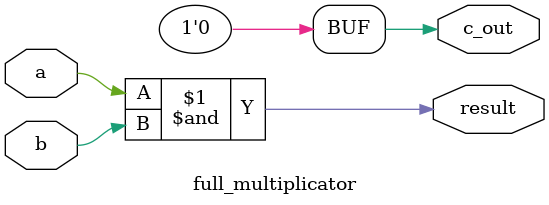
<source format=sv>
module full_multiplicator(
    input logic a,
    input logic b,
    output logic result,
    output logic c_out
);

    assign result = a & b; // La multiplicación a nivel de bit es una operación AND
    assign c_out = 0; // No hay acarreo en la multiplicación de un solo bit

endmodule
</source>
